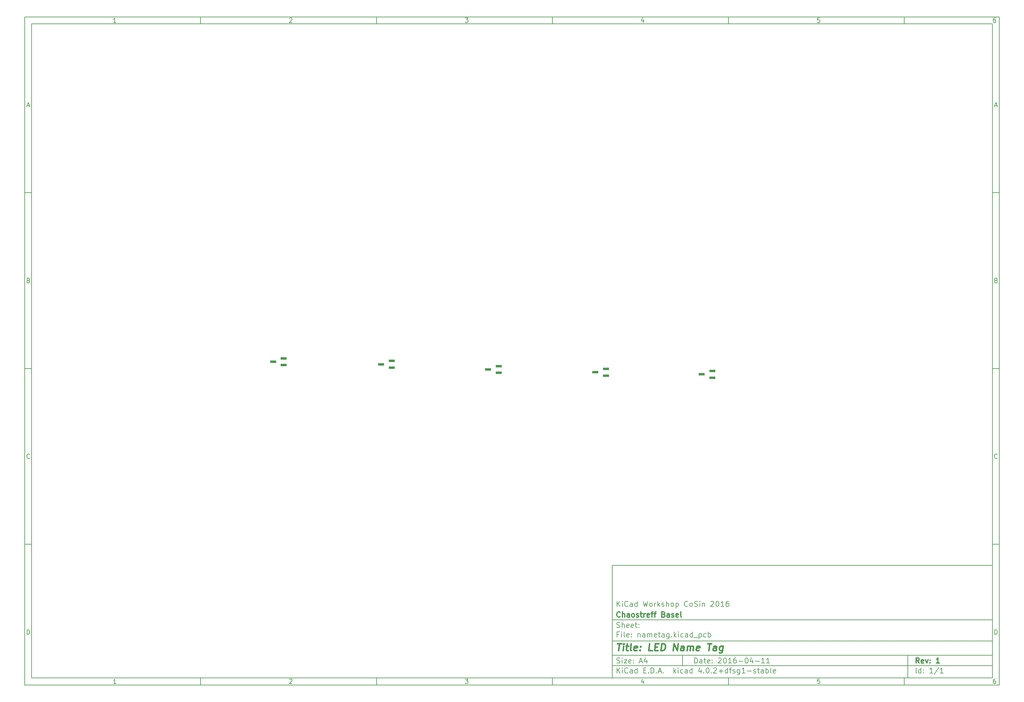
<source format=gbr>
G04 #@! TF.FileFunction,Paste,Bot*
%FSLAX46Y46*%
G04 Gerber Fmt 4.6, Leading zero omitted, Abs format (unit mm)*
G04 Created by KiCad (PCBNEW 4.0.2+dfsg1-stable) date Fri 10 Jun 2016 09:08:50 CEST*
%MOMM*%
G01*
G04 APERTURE LIST*
%ADD10C,0.100000*%
%ADD11C,0.150000*%
%ADD12C,0.300000*%
%ADD13C,0.400000*%
%ADD14R,1.800860X0.800100*%
G04 APERTURE END LIST*
D10*
D11*
X177002200Y-166007200D02*
X177002200Y-198007200D01*
X285002200Y-198007200D01*
X285002200Y-166007200D01*
X177002200Y-166007200D01*
D10*
D11*
X10000000Y-10000000D02*
X10000000Y-200007200D01*
X287002200Y-200007200D01*
X287002200Y-10000000D01*
X10000000Y-10000000D01*
D10*
D11*
X12000000Y-12000000D02*
X12000000Y-198007200D01*
X285002200Y-198007200D01*
X285002200Y-12000000D01*
X12000000Y-12000000D01*
D10*
D11*
X60000000Y-12000000D02*
X60000000Y-10000000D01*
D10*
D11*
X110000000Y-12000000D02*
X110000000Y-10000000D01*
D10*
D11*
X160000000Y-12000000D02*
X160000000Y-10000000D01*
D10*
D11*
X210000000Y-12000000D02*
X210000000Y-10000000D01*
D10*
D11*
X260000000Y-12000000D02*
X260000000Y-10000000D01*
D10*
D11*
X35990476Y-11588095D02*
X35247619Y-11588095D01*
X35619048Y-11588095D02*
X35619048Y-10288095D01*
X35495238Y-10473810D01*
X35371429Y-10597619D01*
X35247619Y-10659524D01*
D10*
D11*
X85247619Y-10411905D02*
X85309524Y-10350000D01*
X85433333Y-10288095D01*
X85742857Y-10288095D01*
X85866667Y-10350000D01*
X85928571Y-10411905D01*
X85990476Y-10535714D01*
X85990476Y-10659524D01*
X85928571Y-10845238D01*
X85185714Y-11588095D01*
X85990476Y-11588095D01*
D10*
D11*
X135185714Y-10288095D02*
X135990476Y-10288095D01*
X135557143Y-10783333D01*
X135742857Y-10783333D01*
X135866667Y-10845238D01*
X135928571Y-10907143D01*
X135990476Y-11030952D01*
X135990476Y-11340476D01*
X135928571Y-11464286D01*
X135866667Y-11526190D01*
X135742857Y-11588095D01*
X135371429Y-11588095D01*
X135247619Y-11526190D01*
X135185714Y-11464286D01*
D10*
D11*
X185866667Y-10721429D02*
X185866667Y-11588095D01*
X185557143Y-10226190D02*
X185247619Y-11154762D01*
X186052381Y-11154762D01*
D10*
D11*
X235928571Y-10288095D02*
X235309524Y-10288095D01*
X235247619Y-10907143D01*
X235309524Y-10845238D01*
X235433333Y-10783333D01*
X235742857Y-10783333D01*
X235866667Y-10845238D01*
X235928571Y-10907143D01*
X235990476Y-11030952D01*
X235990476Y-11340476D01*
X235928571Y-11464286D01*
X235866667Y-11526190D01*
X235742857Y-11588095D01*
X235433333Y-11588095D01*
X235309524Y-11526190D01*
X235247619Y-11464286D01*
D10*
D11*
X285866667Y-10288095D02*
X285619048Y-10288095D01*
X285495238Y-10350000D01*
X285433333Y-10411905D01*
X285309524Y-10597619D01*
X285247619Y-10845238D01*
X285247619Y-11340476D01*
X285309524Y-11464286D01*
X285371429Y-11526190D01*
X285495238Y-11588095D01*
X285742857Y-11588095D01*
X285866667Y-11526190D01*
X285928571Y-11464286D01*
X285990476Y-11340476D01*
X285990476Y-11030952D01*
X285928571Y-10907143D01*
X285866667Y-10845238D01*
X285742857Y-10783333D01*
X285495238Y-10783333D01*
X285371429Y-10845238D01*
X285309524Y-10907143D01*
X285247619Y-11030952D01*
D10*
D11*
X60000000Y-198007200D02*
X60000000Y-200007200D01*
D10*
D11*
X110000000Y-198007200D02*
X110000000Y-200007200D01*
D10*
D11*
X160000000Y-198007200D02*
X160000000Y-200007200D01*
D10*
D11*
X210000000Y-198007200D02*
X210000000Y-200007200D01*
D10*
D11*
X260000000Y-198007200D02*
X260000000Y-200007200D01*
D10*
D11*
X35990476Y-199595295D02*
X35247619Y-199595295D01*
X35619048Y-199595295D02*
X35619048Y-198295295D01*
X35495238Y-198481010D01*
X35371429Y-198604819D01*
X35247619Y-198666724D01*
D10*
D11*
X85247619Y-198419105D02*
X85309524Y-198357200D01*
X85433333Y-198295295D01*
X85742857Y-198295295D01*
X85866667Y-198357200D01*
X85928571Y-198419105D01*
X85990476Y-198542914D01*
X85990476Y-198666724D01*
X85928571Y-198852438D01*
X85185714Y-199595295D01*
X85990476Y-199595295D01*
D10*
D11*
X135185714Y-198295295D02*
X135990476Y-198295295D01*
X135557143Y-198790533D01*
X135742857Y-198790533D01*
X135866667Y-198852438D01*
X135928571Y-198914343D01*
X135990476Y-199038152D01*
X135990476Y-199347676D01*
X135928571Y-199471486D01*
X135866667Y-199533390D01*
X135742857Y-199595295D01*
X135371429Y-199595295D01*
X135247619Y-199533390D01*
X135185714Y-199471486D01*
D10*
D11*
X185866667Y-198728629D02*
X185866667Y-199595295D01*
X185557143Y-198233390D02*
X185247619Y-199161962D01*
X186052381Y-199161962D01*
D10*
D11*
X235928571Y-198295295D02*
X235309524Y-198295295D01*
X235247619Y-198914343D01*
X235309524Y-198852438D01*
X235433333Y-198790533D01*
X235742857Y-198790533D01*
X235866667Y-198852438D01*
X235928571Y-198914343D01*
X235990476Y-199038152D01*
X235990476Y-199347676D01*
X235928571Y-199471486D01*
X235866667Y-199533390D01*
X235742857Y-199595295D01*
X235433333Y-199595295D01*
X235309524Y-199533390D01*
X235247619Y-199471486D01*
D10*
D11*
X285866667Y-198295295D02*
X285619048Y-198295295D01*
X285495238Y-198357200D01*
X285433333Y-198419105D01*
X285309524Y-198604819D01*
X285247619Y-198852438D01*
X285247619Y-199347676D01*
X285309524Y-199471486D01*
X285371429Y-199533390D01*
X285495238Y-199595295D01*
X285742857Y-199595295D01*
X285866667Y-199533390D01*
X285928571Y-199471486D01*
X285990476Y-199347676D01*
X285990476Y-199038152D01*
X285928571Y-198914343D01*
X285866667Y-198852438D01*
X285742857Y-198790533D01*
X285495238Y-198790533D01*
X285371429Y-198852438D01*
X285309524Y-198914343D01*
X285247619Y-199038152D01*
D10*
D11*
X10000000Y-60000000D02*
X12000000Y-60000000D01*
D10*
D11*
X10000000Y-110000000D02*
X12000000Y-110000000D01*
D10*
D11*
X10000000Y-160000000D02*
X12000000Y-160000000D01*
D10*
D11*
X10690476Y-35216667D02*
X11309524Y-35216667D01*
X10566667Y-35588095D02*
X11000000Y-34288095D01*
X11433333Y-35588095D01*
D10*
D11*
X11092857Y-84907143D02*
X11278571Y-84969048D01*
X11340476Y-85030952D01*
X11402381Y-85154762D01*
X11402381Y-85340476D01*
X11340476Y-85464286D01*
X11278571Y-85526190D01*
X11154762Y-85588095D01*
X10659524Y-85588095D01*
X10659524Y-84288095D01*
X11092857Y-84288095D01*
X11216667Y-84350000D01*
X11278571Y-84411905D01*
X11340476Y-84535714D01*
X11340476Y-84659524D01*
X11278571Y-84783333D01*
X11216667Y-84845238D01*
X11092857Y-84907143D01*
X10659524Y-84907143D01*
D10*
D11*
X11402381Y-135464286D02*
X11340476Y-135526190D01*
X11154762Y-135588095D01*
X11030952Y-135588095D01*
X10845238Y-135526190D01*
X10721429Y-135402381D01*
X10659524Y-135278571D01*
X10597619Y-135030952D01*
X10597619Y-134845238D01*
X10659524Y-134597619D01*
X10721429Y-134473810D01*
X10845238Y-134350000D01*
X11030952Y-134288095D01*
X11154762Y-134288095D01*
X11340476Y-134350000D01*
X11402381Y-134411905D01*
D10*
D11*
X10659524Y-185588095D02*
X10659524Y-184288095D01*
X10969048Y-184288095D01*
X11154762Y-184350000D01*
X11278571Y-184473810D01*
X11340476Y-184597619D01*
X11402381Y-184845238D01*
X11402381Y-185030952D01*
X11340476Y-185278571D01*
X11278571Y-185402381D01*
X11154762Y-185526190D01*
X10969048Y-185588095D01*
X10659524Y-185588095D01*
D10*
D11*
X287002200Y-60000000D02*
X285002200Y-60000000D01*
D10*
D11*
X287002200Y-110000000D02*
X285002200Y-110000000D01*
D10*
D11*
X287002200Y-160000000D02*
X285002200Y-160000000D01*
D10*
D11*
X285692676Y-35216667D02*
X286311724Y-35216667D01*
X285568867Y-35588095D02*
X286002200Y-34288095D01*
X286435533Y-35588095D01*
D10*
D11*
X286095057Y-84907143D02*
X286280771Y-84969048D01*
X286342676Y-85030952D01*
X286404581Y-85154762D01*
X286404581Y-85340476D01*
X286342676Y-85464286D01*
X286280771Y-85526190D01*
X286156962Y-85588095D01*
X285661724Y-85588095D01*
X285661724Y-84288095D01*
X286095057Y-84288095D01*
X286218867Y-84350000D01*
X286280771Y-84411905D01*
X286342676Y-84535714D01*
X286342676Y-84659524D01*
X286280771Y-84783333D01*
X286218867Y-84845238D01*
X286095057Y-84907143D01*
X285661724Y-84907143D01*
D10*
D11*
X286404581Y-135464286D02*
X286342676Y-135526190D01*
X286156962Y-135588095D01*
X286033152Y-135588095D01*
X285847438Y-135526190D01*
X285723629Y-135402381D01*
X285661724Y-135278571D01*
X285599819Y-135030952D01*
X285599819Y-134845238D01*
X285661724Y-134597619D01*
X285723629Y-134473810D01*
X285847438Y-134350000D01*
X286033152Y-134288095D01*
X286156962Y-134288095D01*
X286342676Y-134350000D01*
X286404581Y-134411905D01*
D10*
D11*
X285661724Y-185588095D02*
X285661724Y-184288095D01*
X285971248Y-184288095D01*
X286156962Y-184350000D01*
X286280771Y-184473810D01*
X286342676Y-184597619D01*
X286404581Y-184845238D01*
X286404581Y-185030952D01*
X286342676Y-185278571D01*
X286280771Y-185402381D01*
X286156962Y-185526190D01*
X285971248Y-185588095D01*
X285661724Y-185588095D01*
D10*
D11*
X200359343Y-193785771D02*
X200359343Y-192285771D01*
X200716486Y-192285771D01*
X200930771Y-192357200D01*
X201073629Y-192500057D01*
X201145057Y-192642914D01*
X201216486Y-192928629D01*
X201216486Y-193142914D01*
X201145057Y-193428629D01*
X201073629Y-193571486D01*
X200930771Y-193714343D01*
X200716486Y-193785771D01*
X200359343Y-193785771D01*
X202502200Y-193785771D02*
X202502200Y-193000057D01*
X202430771Y-192857200D01*
X202287914Y-192785771D01*
X202002200Y-192785771D01*
X201859343Y-192857200D01*
X202502200Y-193714343D02*
X202359343Y-193785771D01*
X202002200Y-193785771D01*
X201859343Y-193714343D01*
X201787914Y-193571486D01*
X201787914Y-193428629D01*
X201859343Y-193285771D01*
X202002200Y-193214343D01*
X202359343Y-193214343D01*
X202502200Y-193142914D01*
X203002200Y-192785771D02*
X203573629Y-192785771D01*
X203216486Y-192285771D02*
X203216486Y-193571486D01*
X203287914Y-193714343D01*
X203430772Y-193785771D01*
X203573629Y-193785771D01*
X204645057Y-193714343D02*
X204502200Y-193785771D01*
X204216486Y-193785771D01*
X204073629Y-193714343D01*
X204002200Y-193571486D01*
X204002200Y-193000057D01*
X204073629Y-192857200D01*
X204216486Y-192785771D01*
X204502200Y-192785771D01*
X204645057Y-192857200D01*
X204716486Y-193000057D01*
X204716486Y-193142914D01*
X204002200Y-193285771D01*
X205359343Y-193642914D02*
X205430771Y-193714343D01*
X205359343Y-193785771D01*
X205287914Y-193714343D01*
X205359343Y-193642914D01*
X205359343Y-193785771D01*
X205359343Y-192857200D02*
X205430771Y-192928629D01*
X205359343Y-193000057D01*
X205287914Y-192928629D01*
X205359343Y-192857200D01*
X205359343Y-193000057D01*
X207145057Y-192428629D02*
X207216486Y-192357200D01*
X207359343Y-192285771D01*
X207716486Y-192285771D01*
X207859343Y-192357200D01*
X207930772Y-192428629D01*
X208002200Y-192571486D01*
X208002200Y-192714343D01*
X207930772Y-192928629D01*
X207073629Y-193785771D01*
X208002200Y-193785771D01*
X208930771Y-192285771D02*
X209073628Y-192285771D01*
X209216485Y-192357200D01*
X209287914Y-192428629D01*
X209359343Y-192571486D01*
X209430771Y-192857200D01*
X209430771Y-193214343D01*
X209359343Y-193500057D01*
X209287914Y-193642914D01*
X209216485Y-193714343D01*
X209073628Y-193785771D01*
X208930771Y-193785771D01*
X208787914Y-193714343D01*
X208716485Y-193642914D01*
X208645057Y-193500057D01*
X208573628Y-193214343D01*
X208573628Y-192857200D01*
X208645057Y-192571486D01*
X208716485Y-192428629D01*
X208787914Y-192357200D01*
X208930771Y-192285771D01*
X210859342Y-193785771D02*
X210002199Y-193785771D01*
X210430771Y-193785771D02*
X210430771Y-192285771D01*
X210287914Y-192500057D01*
X210145056Y-192642914D01*
X210002199Y-192714343D01*
X212145056Y-192285771D02*
X211859342Y-192285771D01*
X211716485Y-192357200D01*
X211645056Y-192428629D01*
X211502199Y-192642914D01*
X211430770Y-192928629D01*
X211430770Y-193500057D01*
X211502199Y-193642914D01*
X211573627Y-193714343D01*
X211716485Y-193785771D01*
X212002199Y-193785771D01*
X212145056Y-193714343D01*
X212216485Y-193642914D01*
X212287913Y-193500057D01*
X212287913Y-193142914D01*
X212216485Y-193000057D01*
X212145056Y-192928629D01*
X212002199Y-192857200D01*
X211716485Y-192857200D01*
X211573627Y-192928629D01*
X211502199Y-193000057D01*
X211430770Y-193142914D01*
X212930770Y-193214343D02*
X214073627Y-193214343D01*
X215073627Y-192285771D02*
X215216484Y-192285771D01*
X215359341Y-192357200D01*
X215430770Y-192428629D01*
X215502199Y-192571486D01*
X215573627Y-192857200D01*
X215573627Y-193214343D01*
X215502199Y-193500057D01*
X215430770Y-193642914D01*
X215359341Y-193714343D01*
X215216484Y-193785771D01*
X215073627Y-193785771D01*
X214930770Y-193714343D01*
X214859341Y-193642914D01*
X214787913Y-193500057D01*
X214716484Y-193214343D01*
X214716484Y-192857200D01*
X214787913Y-192571486D01*
X214859341Y-192428629D01*
X214930770Y-192357200D01*
X215073627Y-192285771D01*
X216859341Y-192785771D02*
X216859341Y-193785771D01*
X216502198Y-192214343D02*
X216145055Y-193285771D01*
X217073627Y-193285771D01*
X217645055Y-193214343D02*
X218787912Y-193214343D01*
X220287912Y-193785771D02*
X219430769Y-193785771D01*
X219859341Y-193785771D02*
X219859341Y-192285771D01*
X219716484Y-192500057D01*
X219573626Y-192642914D01*
X219430769Y-192714343D01*
X221716483Y-193785771D02*
X220859340Y-193785771D01*
X221287912Y-193785771D02*
X221287912Y-192285771D01*
X221145055Y-192500057D01*
X221002197Y-192642914D01*
X220859340Y-192714343D01*
D10*
D11*
X177002200Y-194507200D02*
X285002200Y-194507200D01*
D10*
D11*
X178359343Y-196585771D02*
X178359343Y-195085771D01*
X179216486Y-196585771D02*
X178573629Y-195728629D01*
X179216486Y-195085771D02*
X178359343Y-195942914D01*
X179859343Y-196585771D02*
X179859343Y-195585771D01*
X179859343Y-195085771D02*
X179787914Y-195157200D01*
X179859343Y-195228629D01*
X179930771Y-195157200D01*
X179859343Y-195085771D01*
X179859343Y-195228629D01*
X181430772Y-196442914D02*
X181359343Y-196514343D01*
X181145057Y-196585771D01*
X181002200Y-196585771D01*
X180787915Y-196514343D01*
X180645057Y-196371486D01*
X180573629Y-196228629D01*
X180502200Y-195942914D01*
X180502200Y-195728629D01*
X180573629Y-195442914D01*
X180645057Y-195300057D01*
X180787915Y-195157200D01*
X181002200Y-195085771D01*
X181145057Y-195085771D01*
X181359343Y-195157200D01*
X181430772Y-195228629D01*
X182716486Y-196585771D02*
X182716486Y-195800057D01*
X182645057Y-195657200D01*
X182502200Y-195585771D01*
X182216486Y-195585771D01*
X182073629Y-195657200D01*
X182716486Y-196514343D02*
X182573629Y-196585771D01*
X182216486Y-196585771D01*
X182073629Y-196514343D01*
X182002200Y-196371486D01*
X182002200Y-196228629D01*
X182073629Y-196085771D01*
X182216486Y-196014343D01*
X182573629Y-196014343D01*
X182716486Y-195942914D01*
X184073629Y-196585771D02*
X184073629Y-195085771D01*
X184073629Y-196514343D02*
X183930772Y-196585771D01*
X183645058Y-196585771D01*
X183502200Y-196514343D01*
X183430772Y-196442914D01*
X183359343Y-196300057D01*
X183359343Y-195871486D01*
X183430772Y-195728629D01*
X183502200Y-195657200D01*
X183645058Y-195585771D01*
X183930772Y-195585771D01*
X184073629Y-195657200D01*
X185930772Y-195800057D02*
X186430772Y-195800057D01*
X186645058Y-196585771D02*
X185930772Y-196585771D01*
X185930772Y-195085771D01*
X186645058Y-195085771D01*
X187287915Y-196442914D02*
X187359343Y-196514343D01*
X187287915Y-196585771D01*
X187216486Y-196514343D01*
X187287915Y-196442914D01*
X187287915Y-196585771D01*
X188002201Y-196585771D02*
X188002201Y-195085771D01*
X188359344Y-195085771D01*
X188573629Y-195157200D01*
X188716487Y-195300057D01*
X188787915Y-195442914D01*
X188859344Y-195728629D01*
X188859344Y-195942914D01*
X188787915Y-196228629D01*
X188716487Y-196371486D01*
X188573629Y-196514343D01*
X188359344Y-196585771D01*
X188002201Y-196585771D01*
X189502201Y-196442914D02*
X189573629Y-196514343D01*
X189502201Y-196585771D01*
X189430772Y-196514343D01*
X189502201Y-196442914D01*
X189502201Y-196585771D01*
X190145058Y-196157200D02*
X190859344Y-196157200D01*
X190002201Y-196585771D02*
X190502201Y-195085771D01*
X191002201Y-196585771D01*
X191502201Y-196442914D02*
X191573629Y-196514343D01*
X191502201Y-196585771D01*
X191430772Y-196514343D01*
X191502201Y-196442914D01*
X191502201Y-196585771D01*
X194502201Y-196585771D02*
X194502201Y-195085771D01*
X194645058Y-196014343D02*
X195073629Y-196585771D01*
X195073629Y-195585771D02*
X194502201Y-196157200D01*
X195716487Y-196585771D02*
X195716487Y-195585771D01*
X195716487Y-195085771D02*
X195645058Y-195157200D01*
X195716487Y-195228629D01*
X195787915Y-195157200D01*
X195716487Y-195085771D01*
X195716487Y-195228629D01*
X197073630Y-196514343D02*
X196930773Y-196585771D01*
X196645059Y-196585771D01*
X196502201Y-196514343D01*
X196430773Y-196442914D01*
X196359344Y-196300057D01*
X196359344Y-195871486D01*
X196430773Y-195728629D01*
X196502201Y-195657200D01*
X196645059Y-195585771D01*
X196930773Y-195585771D01*
X197073630Y-195657200D01*
X198359344Y-196585771D02*
X198359344Y-195800057D01*
X198287915Y-195657200D01*
X198145058Y-195585771D01*
X197859344Y-195585771D01*
X197716487Y-195657200D01*
X198359344Y-196514343D02*
X198216487Y-196585771D01*
X197859344Y-196585771D01*
X197716487Y-196514343D01*
X197645058Y-196371486D01*
X197645058Y-196228629D01*
X197716487Y-196085771D01*
X197859344Y-196014343D01*
X198216487Y-196014343D01*
X198359344Y-195942914D01*
X199716487Y-196585771D02*
X199716487Y-195085771D01*
X199716487Y-196514343D02*
X199573630Y-196585771D01*
X199287916Y-196585771D01*
X199145058Y-196514343D01*
X199073630Y-196442914D01*
X199002201Y-196300057D01*
X199002201Y-195871486D01*
X199073630Y-195728629D01*
X199145058Y-195657200D01*
X199287916Y-195585771D01*
X199573630Y-195585771D01*
X199716487Y-195657200D01*
X202216487Y-195585771D02*
X202216487Y-196585771D01*
X201859344Y-195014343D02*
X201502201Y-196085771D01*
X202430773Y-196085771D01*
X203002201Y-196442914D02*
X203073629Y-196514343D01*
X203002201Y-196585771D01*
X202930772Y-196514343D01*
X203002201Y-196442914D01*
X203002201Y-196585771D01*
X204002201Y-195085771D02*
X204145058Y-195085771D01*
X204287915Y-195157200D01*
X204359344Y-195228629D01*
X204430773Y-195371486D01*
X204502201Y-195657200D01*
X204502201Y-196014343D01*
X204430773Y-196300057D01*
X204359344Y-196442914D01*
X204287915Y-196514343D01*
X204145058Y-196585771D01*
X204002201Y-196585771D01*
X203859344Y-196514343D01*
X203787915Y-196442914D01*
X203716487Y-196300057D01*
X203645058Y-196014343D01*
X203645058Y-195657200D01*
X203716487Y-195371486D01*
X203787915Y-195228629D01*
X203859344Y-195157200D01*
X204002201Y-195085771D01*
X205145058Y-196442914D02*
X205216486Y-196514343D01*
X205145058Y-196585771D01*
X205073629Y-196514343D01*
X205145058Y-196442914D01*
X205145058Y-196585771D01*
X205787915Y-195228629D02*
X205859344Y-195157200D01*
X206002201Y-195085771D01*
X206359344Y-195085771D01*
X206502201Y-195157200D01*
X206573630Y-195228629D01*
X206645058Y-195371486D01*
X206645058Y-195514343D01*
X206573630Y-195728629D01*
X205716487Y-196585771D01*
X206645058Y-196585771D01*
X207287915Y-196014343D02*
X208430772Y-196014343D01*
X207859343Y-196585771D02*
X207859343Y-195442914D01*
X209787915Y-196585771D02*
X209787915Y-195085771D01*
X209787915Y-196514343D02*
X209645058Y-196585771D01*
X209359344Y-196585771D01*
X209216486Y-196514343D01*
X209145058Y-196442914D01*
X209073629Y-196300057D01*
X209073629Y-195871486D01*
X209145058Y-195728629D01*
X209216486Y-195657200D01*
X209359344Y-195585771D01*
X209645058Y-195585771D01*
X209787915Y-195657200D01*
X210287915Y-195585771D02*
X210859344Y-195585771D01*
X210502201Y-196585771D02*
X210502201Y-195300057D01*
X210573629Y-195157200D01*
X210716487Y-195085771D01*
X210859344Y-195085771D01*
X211287915Y-196514343D02*
X211430772Y-196585771D01*
X211716487Y-196585771D01*
X211859344Y-196514343D01*
X211930772Y-196371486D01*
X211930772Y-196300057D01*
X211859344Y-196157200D01*
X211716487Y-196085771D01*
X211502201Y-196085771D01*
X211359344Y-196014343D01*
X211287915Y-195871486D01*
X211287915Y-195800057D01*
X211359344Y-195657200D01*
X211502201Y-195585771D01*
X211716487Y-195585771D01*
X211859344Y-195657200D01*
X213216487Y-195585771D02*
X213216487Y-196800057D01*
X213145058Y-196942914D01*
X213073630Y-197014343D01*
X212930773Y-197085771D01*
X212716487Y-197085771D01*
X212573630Y-197014343D01*
X213216487Y-196514343D02*
X213073630Y-196585771D01*
X212787916Y-196585771D01*
X212645058Y-196514343D01*
X212573630Y-196442914D01*
X212502201Y-196300057D01*
X212502201Y-195871486D01*
X212573630Y-195728629D01*
X212645058Y-195657200D01*
X212787916Y-195585771D01*
X213073630Y-195585771D01*
X213216487Y-195657200D01*
X214716487Y-196585771D02*
X213859344Y-196585771D01*
X214287916Y-196585771D02*
X214287916Y-195085771D01*
X214145059Y-195300057D01*
X214002201Y-195442914D01*
X213859344Y-195514343D01*
X215359344Y-196014343D02*
X216502201Y-196014343D01*
X217145058Y-196514343D02*
X217287915Y-196585771D01*
X217573630Y-196585771D01*
X217716487Y-196514343D01*
X217787915Y-196371486D01*
X217787915Y-196300057D01*
X217716487Y-196157200D01*
X217573630Y-196085771D01*
X217359344Y-196085771D01*
X217216487Y-196014343D01*
X217145058Y-195871486D01*
X217145058Y-195800057D01*
X217216487Y-195657200D01*
X217359344Y-195585771D01*
X217573630Y-195585771D01*
X217716487Y-195657200D01*
X218216487Y-195585771D02*
X218787916Y-195585771D01*
X218430773Y-195085771D02*
X218430773Y-196371486D01*
X218502201Y-196514343D01*
X218645059Y-196585771D01*
X218787916Y-196585771D01*
X219930773Y-196585771D02*
X219930773Y-195800057D01*
X219859344Y-195657200D01*
X219716487Y-195585771D01*
X219430773Y-195585771D01*
X219287916Y-195657200D01*
X219930773Y-196514343D02*
X219787916Y-196585771D01*
X219430773Y-196585771D01*
X219287916Y-196514343D01*
X219216487Y-196371486D01*
X219216487Y-196228629D01*
X219287916Y-196085771D01*
X219430773Y-196014343D01*
X219787916Y-196014343D01*
X219930773Y-195942914D01*
X220645059Y-196585771D02*
X220645059Y-195085771D01*
X220645059Y-195657200D02*
X220787916Y-195585771D01*
X221073630Y-195585771D01*
X221216487Y-195657200D01*
X221287916Y-195728629D01*
X221359345Y-195871486D01*
X221359345Y-196300057D01*
X221287916Y-196442914D01*
X221216487Y-196514343D01*
X221073630Y-196585771D01*
X220787916Y-196585771D01*
X220645059Y-196514343D01*
X222216488Y-196585771D02*
X222073630Y-196514343D01*
X222002202Y-196371486D01*
X222002202Y-195085771D01*
X223359344Y-196514343D02*
X223216487Y-196585771D01*
X222930773Y-196585771D01*
X222787916Y-196514343D01*
X222716487Y-196371486D01*
X222716487Y-195800057D01*
X222787916Y-195657200D01*
X222930773Y-195585771D01*
X223216487Y-195585771D01*
X223359344Y-195657200D01*
X223430773Y-195800057D01*
X223430773Y-195942914D01*
X222716487Y-196085771D01*
D10*
D11*
X177002200Y-191507200D02*
X285002200Y-191507200D01*
D10*
D12*
X264216486Y-193785771D02*
X263716486Y-193071486D01*
X263359343Y-193785771D02*
X263359343Y-192285771D01*
X263930771Y-192285771D01*
X264073629Y-192357200D01*
X264145057Y-192428629D01*
X264216486Y-192571486D01*
X264216486Y-192785771D01*
X264145057Y-192928629D01*
X264073629Y-193000057D01*
X263930771Y-193071486D01*
X263359343Y-193071486D01*
X265430771Y-193714343D02*
X265287914Y-193785771D01*
X265002200Y-193785771D01*
X264859343Y-193714343D01*
X264787914Y-193571486D01*
X264787914Y-193000057D01*
X264859343Y-192857200D01*
X265002200Y-192785771D01*
X265287914Y-192785771D01*
X265430771Y-192857200D01*
X265502200Y-193000057D01*
X265502200Y-193142914D01*
X264787914Y-193285771D01*
X266002200Y-192785771D02*
X266359343Y-193785771D01*
X266716485Y-192785771D01*
X267287914Y-193642914D02*
X267359342Y-193714343D01*
X267287914Y-193785771D01*
X267216485Y-193714343D01*
X267287914Y-193642914D01*
X267287914Y-193785771D01*
X267287914Y-192857200D02*
X267359342Y-192928629D01*
X267287914Y-193000057D01*
X267216485Y-192928629D01*
X267287914Y-192857200D01*
X267287914Y-193000057D01*
X269930771Y-193785771D02*
X269073628Y-193785771D01*
X269502200Y-193785771D02*
X269502200Y-192285771D01*
X269359343Y-192500057D01*
X269216485Y-192642914D01*
X269073628Y-192714343D01*
D10*
D11*
X178287914Y-193714343D02*
X178502200Y-193785771D01*
X178859343Y-193785771D01*
X179002200Y-193714343D01*
X179073629Y-193642914D01*
X179145057Y-193500057D01*
X179145057Y-193357200D01*
X179073629Y-193214343D01*
X179002200Y-193142914D01*
X178859343Y-193071486D01*
X178573629Y-193000057D01*
X178430771Y-192928629D01*
X178359343Y-192857200D01*
X178287914Y-192714343D01*
X178287914Y-192571486D01*
X178359343Y-192428629D01*
X178430771Y-192357200D01*
X178573629Y-192285771D01*
X178930771Y-192285771D01*
X179145057Y-192357200D01*
X179787914Y-193785771D02*
X179787914Y-192785771D01*
X179787914Y-192285771D02*
X179716485Y-192357200D01*
X179787914Y-192428629D01*
X179859342Y-192357200D01*
X179787914Y-192285771D01*
X179787914Y-192428629D01*
X180359343Y-192785771D02*
X181145057Y-192785771D01*
X180359343Y-193785771D01*
X181145057Y-193785771D01*
X182287914Y-193714343D02*
X182145057Y-193785771D01*
X181859343Y-193785771D01*
X181716486Y-193714343D01*
X181645057Y-193571486D01*
X181645057Y-193000057D01*
X181716486Y-192857200D01*
X181859343Y-192785771D01*
X182145057Y-192785771D01*
X182287914Y-192857200D01*
X182359343Y-193000057D01*
X182359343Y-193142914D01*
X181645057Y-193285771D01*
X183002200Y-193642914D02*
X183073628Y-193714343D01*
X183002200Y-193785771D01*
X182930771Y-193714343D01*
X183002200Y-193642914D01*
X183002200Y-193785771D01*
X183002200Y-192857200D02*
X183073628Y-192928629D01*
X183002200Y-193000057D01*
X182930771Y-192928629D01*
X183002200Y-192857200D01*
X183002200Y-193000057D01*
X184787914Y-193357200D02*
X185502200Y-193357200D01*
X184645057Y-193785771D02*
X185145057Y-192285771D01*
X185645057Y-193785771D01*
X186787914Y-192785771D02*
X186787914Y-193785771D01*
X186430771Y-192214343D02*
X186073628Y-193285771D01*
X187002200Y-193285771D01*
D10*
D11*
X263359343Y-196585771D02*
X263359343Y-195085771D01*
X264716486Y-196585771D02*
X264716486Y-195085771D01*
X264716486Y-196514343D02*
X264573629Y-196585771D01*
X264287915Y-196585771D01*
X264145057Y-196514343D01*
X264073629Y-196442914D01*
X264002200Y-196300057D01*
X264002200Y-195871486D01*
X264073629Y-195728629D01*
X264145057Y-195657200D01*
X264287915Y-195585771D01*
X264573629Y-195585771D01*
X264716486Y-195657200D01*
X265430772Y-196442914D02*
X265502200Y-196514343D01*
X265430772Y-196585771D01*
X265359343Y-196514343D01*
X265430772Y-196442914D01*
X265430772Y-196585771D01*
X265430772Y-195657200D02*
X265502200Y-195728629D01*
X265430772Y-195800057D01*
X265359343Y-195728629D01*
X265430772Y-195657200D01*
X265430772Y-195800057D01*
X268073629Y-196585771D02*
X267216486Y-196585771D01*
X267645058Y-196585771D02*
X267645058Y-195085771D01*
X267502201Y-195300057D01*
X267359343Y-195442914D01*
X267216486Y-195514343D01*
X269787914Y-195014343D02*
X268502200Y-196942914D01*
X271073629Y-196585771D02*
X270216486Y-196585771D01*
X270645058Y-196585771D02*
X270645058Y-195085771D01*
X270502201Y-195300057D01*
X270359343Y-195442914D01*
X270216486Y-195514343D01*
D10*
D11*
X177002200Y-187507200D02*
X285002200Y-187507200D01*
D10*
D13*
X178454581Y-188211962D02*
X179597438Y-188211962D01*
X178776010Y-190211962D02*
X179026010Y-188211962D01*
X180014105Y-190211962D02*
X180180771Y-188878629D01*
X180264105Y-188211962D02*
X180156962Y-188307200D01*
X180240295Y-188402438D01*
X180347439Y-188307200D01*
X180264105Y-188211962D01*
X180240295Y-188402438D01*
X180847438Y-188878629D02*
X181609343Y-188878629D01*
X181216486Y-188211962D02*
X181002200Y-189926248D01*
X181073630Y-190116724D01*
X181252201Y-190211962D01*
X181442677Y-190211962D01*
X182395058Y-190211962D02*
X182216487Y-190116724D01*
X182145057Y-189926248D01*
X182359343Y-188211962D01*
X183930772Y-190116724D02*
X183728391Y-190211962D01*
X183347439Y-190211962D01*
X183168867Y-190116724D01*
X183097438Y-189926248D01*
X183192676Y-189164343D01*
X183311724Y-188973867D01*
X183514105Y-188878629D01*
X183895057Y-188878629D01*
X184073629Y-188973867D01*
X184145057Y-189164343D01*
X184121248Y-189354819D01*
X183145057Y-189545295D01*
X184895057Y-190021486D02*
X184978392Y-190116724D01*
X184871248Y-190211962D01*
X184787915Y-190116724D01*
X184895057Y-190021486D01*
X184871248Y-190211962D01*
X185026010Y-188973867D02*
X185109344Y-189069105D01*
X185002200Y-189164343D01*
X184918867Y-189069105D01*
X185026010Y-188973867D01*
X185002200Y-189164343D01*
X188299820Y-190211962D02*
X187347439Y-190211962D01*
X187597439Y-188211962D01*
X189097439Y-189164343D02*
X189764106Y-189164343D01*
X189918868Y-190211962D02*
X188966487Y-190211962D01*
X189216487Y-188211962D01*
X190168868Y-188211962D01*
X190776011Y-190211962D02*
X191026011Y-188211962D01*
X191502202Y-188211962D01*
X191776011Y-188307200D01*
X191942678Y-188497676D01*
X192014107Y-188688152D01*
X192061726Y-189069105D01*
X192026012Y-189354819D01*
X191883155Y-189735771D01*
X191764106Y-189926248D01*
X191549821Y-190116724D01*
X191252202Y-190211962D01*
X190776011Y-190211962D01*
X194299821Y-190211962D02*
X194549821Y-188211962D01*
X195442679Y-190211962D01*
X195692679Y-188211962D01*
X197252202Y-190211962D02*
X197383154Y-189164343D01*
X197311726Y-188973867D01*
X197133154Y-188878629D01*
X196752202Y-188878629D01*
X196549821Y-188973867D01*
X197264107Y-190116724D02*
X197061726Y-190211962D01*
X196585536Y-190211962D01*
X196406964Y-190116724D01*
X196335535Y-189926248D01*
X196359345Y-189735771D01*
X196478392Y-189545295D01*
X196680774Y-189450057D01*
X197156964Y-189450057D01*
X197359345Y-189354819D01*
X198204583Y-190211962D02*
X198371249Y-188878629D01*
X198347440Y-189069105D02*
X198454584Y-188973867D01*
X198656964Y-188878629D01*
X198942678Y-188878629D01*
X199121250Y-188973867D01*
X199192678Y-189164343D01*
X199061726Y-190211962D01*
X199192678Y-189164343D02*
X199311726Y-188973867D01*
X199514107Y-188878629D01*
X199799821Y-188878629D01*
X199978393Y-188973867D01*
X200049821Y-189164343D01*
X199918869Y-190211962D01*
X201645060Y-190116724D02*
X201442679Y-190211962D01*
X201061727Y-190211962D01*
X200883155Y-190116724D01*
X200811726Y-189926248D01*
X200906964Y-189164343D01*
X201026012Y-188973867D01*
X201228393Y-188878629D01*
X201609345Y-188878629D01*
X201787917Y-188973867D01*
X201859345Y-189164343D01*
X201835536Y-189354819D01*
X200859345Y-189545295D01*
X204073632Y-188211962D02*
X205216489Y-188211962D01*
X204395061Y-190211962D02*
X204645061Y-188211962D01*
X206490299Y-190211962D02*
X206621251Y-189164343D01*
X206549823Y-188973867D01*
X206371251Y-188878629D01*
X205990299Y-188878629D01*
X205787918Y-188973867D01*
X206502204Y-190116724D02*
X206299823Y-190211962D01*
X205823633Y-190211962D01*
X205645061Y-190116724D01*
X205573632Y-189926248D01*
X205597442Y-189735771D01*
X205716489Y-189545295D01*
X205918871Y-189450057D01*
X206395061Y-189450057D01*
X206597442Y-189354819D01*
X208466489Y-188878629D02*
X208264108Y-190497676D01*
X208145061Y-190688152D01*
X208037918Y-190783390D01*
X207835537Y-190878629D01*
X207549823Y-190878629D01*
X207371251Y-190783390D01*
X208311728Y-190116724D02*
X208109347Y-190211962D01*
X207728395Y-190211962D01*
X207549824Y-190116724D01*
X207466489Y-190021486D01*
X207395061Y-189831010D01*
X207466489Y-189259581D01*
X207585537Y-189069105D01*
X207692681Y-188973867D01*
X207895061Y-188878629D01*
X208276013Y-188878629D01*
X208454585Y-188973867D01*
D10*
D11*
X178859343Y-185600057D02*
X178359343Y-185600057D01*
X178359343Y-186385771D02*
X178359343Y-184885771D01*
X179073629Y-184885771D01*
X179645057Y-186385771D02*
X179645057Y-185385771D01*
X179645057Y-184885771D02*
X179573628Y-184957200D01*
X179645057Y-185028629D01*
X179716485Y-184957200D01*
X179645057Y-184885771D01*
X179645057Y-185028629D01*
X180573629Y-186385771D02*
X180430771Y-186314343D01*
X180359343Y-186171486D01*
X180359343Y-184885771D01*
X181716485Y-186314343D02*
X181573628Y-186385771D01*
X181287914Y-186385771D01*
X181145057Y-186314343D01*
X181073628Y-186171486D01*
X181073628Y-185600057D01*
X181145057Y-185457200D01*
X181287914Y-185385771D01*
X181573628Y-185385771D01*
X181716485Y-185457200D01*
X181787914Y-185600057D01*
X181787914Y-185742914D01*
X181073628Y-185885771D01*
X182430771Y-186242914D02*
X182502199Y-186314343D01*
X182430771Y-186385771D01*
X182359342Y-186314343D01*
X182430771Y-186242914D01*
X182430771Y-186385771D01*
X182430771Y-185457200D02*
X182502199Y-185528629D01*
X182430771Y-185600057D01*
X182359342Y-185528629D01*
X182430771Y-185457200D01*
X182430771Y-185600057D01*
X184287914Y-185385771D02*
X184287914Y-186385771D01*
X184287914Y-185528629D02*
X184359342Y-185457200D01*
X184502200Y-185385771D01*
X184716485Y-185385771D01*
X184859342Y-185457200D01*
X184930771Y-185600057D01*
X184930771Y-186385771D01*
X186287914Y-186385771D02*
X186287914Y-185600057D01*
X186216485Y-185457200D01*
X186073628Y-185385771D01*
X185787914Y-185385771D01*
X185645057Y-185457200D01*
X186287914Y-186314343D02*
X186145057Y-186385771D01*
X185787914Y-186385771D01*
X185645057Y-186314343D01*
X185573628Y-186171486D01*
X185573628Y-186028629D01*
X185645057Y-185885771D01*
X185787914Y-185814343D01*
X186145057Y-185814343D01*
X186287914Y-185742914D01*
X187002200Y-186385771D02*
X187002200Y-185385771D01*
X187002200Y-185528629D02*
X187073628Y-185457200D01*
X187216486Y-185385771D01*
X187430771Y-185385771D01*
X187573628Y-185457200D01*
X187645057Y-185600057D01*
X187645057Y-186385771D01*
X187645057Y-185600057D02*
X187716486Y-185457200D01*
X187859343Y-185385771D01*
X188073628Y-185385771D01*
X188216486Y-185457200D01*
X188287914Y-185600057D01*
X188287914Y-186385771D01*
X189573628Y-186314343D02*
X189430771Y-186385771D01*
X189145057Y-186385771D01*
X189002200Y-186314343D01*
X188930771Y-186171486D01*
X188930771Y-185600057D01*
X189002200Y-185457200D01*
X189145057Y-185385771D01*
X189430771Y-185385771D01*
X189573628Y-185457200D01*
X189645057Y-185600057D01*
X189645057Y-185742914D01*
X188930771Y-185885771D01*
X190073628Y-185385771D02*
X190645057Y-185385771D01*
X190287914Y-184885771D02*
X190287914Y-186171486D01*
X190359342Y-186314343D01*
X190502200Y-186385771D01*
X190645057Y-186385771D01*
X191787914Y-186385771D02*
X191787914Y-185600057D01*
X191716485Y-185457200D01*
X191573628Y-185385771D01*
X191287914Y-185385771D01*
X191145057Y-185457200D01*
X191787914Y-186314343D02*
X191645057Y-186385771D01*
X191287914Y-186385771D01*
X191145057Y-186314343D01*
X191073628Y-186171486D01*
X191073628Y-186028629D01*
X191145057Y-185885771D01*
X191287914Y-185814343D01*
X191645057Y-185814343D01*
X191787914Y-185742914D01*
X193145057Y-185385771D02*
X193145057Y-186600057D01*
X193073628Y-186742914D01*
X193002200Y-186814343D01*
X192859343Y-186885771D01*
X192645057Y-186885771D01*
X192502200Y-186814343D01*
X193145057Y-186314343D02*
X193002200Y-186385771D01*
X192716486Y-186385771D01*
X192573628Y-186314343D01*
X192502200Y-186242914D01*
X192430771Y-186100057D01*
X192430771Y-185671486D01*
X192502200Y-185528629D01*
X192573628Y-185457200D01*
X192716486Y-185385771D01*
X193002200Y-185385771D01*
X193145057Y-185457200D01*
X193859343Y-186242914D02*
X193930771Y-186314343D01*
X193859343Y-186385771D01*
X193787914Y-186314343D01*
X193859343Y-186242914D01*
X193859343Y-186385771D01*
X194573629Y-186385771D02*
X194573629Y-184885771D01*
X194716486Y-185814343D02*
X195145057Y-186385771D01*
X195145057Y-185385771D02*
X194573629Y-185957200D01*
X195787915Y-186385771D02*
X195787915Y-185385771D01*
X195787915Y-184885771D02*
X195716486Y-184957200D01*
X195787915Y-185028629D01*
X195859343Y-184957200D01*
X195787915Y-184885771D01*
X195787915Y-185028629D01*
X197145058Y-186314343D02*
X197002201Y-186385771D01*
X196716487Y-186385771D01*
X196573629Y-186314343D01*
X196502201Y-186242914D01*
X196430772Y-186100057D01*
X196430772Y-185671486D01*
X196502201Y-185528629D01*
X196573629Y-185457200D01*
X196716487Y-185385771D01*
X197002201Y-185385771D01*
X197145058Y-185457200D01*
X198430772Y-186385771D02*
X198430772Y-185600057D01*
X198359343Y-185457200D01*
X198216486Y-185385771D01*
X197930772Y-185385771D01*
X197787915Y-185457200D01*
X198430772Y-186314343D02*
X198287915Y-186385771D01*
X197930772Y-186385771D01*
X197787915Y-186314343D01*
X197716486Y-186171486D01*
X197716486Y-186028629D01*
X197787915Y-185885771D01*
X197930772Y-185814343D01*
X198287915Y-185814343D01*
X198430772Y-185742914D01*
X199787915Y-186385771D02*
X199787915Y-184885771D01*
X199787915Y-186314343D02*
X199645058Y-186385771D01*
X199359344Y-186385771D01*
X199216486Y-186314343D01*
X199145058Y-186242914D01*
X199073629Y-186100057D01*
X199073629Y-185671486D01*
X199145058Y-185528629D01*
X199216486Y-185457200D01*
X199359344Y-185385771D01*
X199645058Y-185385771D01*
X199787915Y-185457200D01*
X200145058Y-186528629D02*
X201287915Y-186528629D01*
X201645058Y-185385771D02*
X201645058Y-186885771D01*
X201645058Y-185457200D02*
X201787915Y-185385771D01*
X202073629Y-185385771D01*
X202216486Y-185457200D01*
X202287915Y-185528629D01*
X202359344Y-185671486D01*
X202359344Y-186100057D01*
X202287915Y-186242914D01*
X202216486Y-186314343D01*
X202073629Y-186385771D01*
X201787915Y-186385771D01*
X201645058Y-186314343D01*
X203645058Y-186314343D02*
X203502201Y-186385771D01*
X203216487Y-186385771D01*
X203073629Y-186314343D01*
X203002201Y-186242914D01*
X202930772Y-186100057D01*
X202930772Y-185671486D01*
X203002201Y-185528629D01*
X203073629Y-185457200D01*
X203216487Y-185385771D01*
X203502201Y-185385771D01*
X203645058Y-185457200D01*
X204287915Y-186385771D02*
X204287915Y-184885771D01*
X204287915Y-185457200D02*
X204430772Y-185385771D01*
X204716486Y-185385771D01*
X204859343Y-185457200D01*
X204930772Y-185528629D01*
X205002201Y-185671486D01*
X205002201Y-186100057D01*
X204930772Y-186242914D01*
X204859343Y-186314343D01*
X204716486Y-186385771D01*
X204430772Y-186385771D01*
X204287915Y-186314343D01*
D10*
D11*
X177002200Y-181507200D02*
X285002200Y-181507200D01*
D10*
D11*
X178287914Y-183614343D02*
X178502200Y-183685771D01*
X178859343Y-183685771D01*
X179002200Y-183614343D01*
X179073629Y-183542914D01*
X179145057Y-183400057D01*
X179145057Y-183257200D01*
X179073629Y-183114343D01*
X179002200Y-183042914D01*
X178859343Y-182971486D01*
X178573629Y-182900057D01*
X178430771Y-182828629D01*
X178359343Y-182757200D01*
X178287914Y-182614343D01*
X178287914Y-182471486D01*
X178359343Y-182328629D01*
X178430771Y-182257200D01*
X178573629Y-182185771D01*
X178930771Y-182185771D01*
X179145057Y-182257200D01*
X179787914Y-183685771D02*
X179787914Y-182185771D01*
X180430771Y-183685771D02*
X180430771Y-182900057D01*
X180359342Y-182757200D01*
X180216485Y-182685771D01*
X180002200Y-182685771D01*
X179859342Y-182757200D01*
X179787914Y-182828629D01*
X181716485Y-183614343D02*
X181573628Y-183685771D01*
X181287914Y-183685771D01*
X181145057Y-183614343D01*
X181073628Y-183471486D01*
X181073628Y-182900057D01*
X181145057Y-182757200D01*
X181287914Y-182685771D01*
X181573628Y-182685771D01*
X181716485Y-182757200D01*
X181787914Y-182900057D01*
X181787914Y-183042914D01*
X181073628Y-183185771D01*
X183002199Y-183614343D02*
X182859342Y-183685771D01*
X182573628Y-183685771D01*
X182430771Y-183614343D01*
X182359342Y-183471486D01*
X182359342Y-182900057D01*
X182430771Y-182757200D01*
X182573628Y-182685771D01*
X182859342Y-182685771D01*
X183002199Y-182757200D01*
X183073628Y-182900057D01*
X183073628Y-183042914D01*
X182359342Y-183185771D01*
X183502199Y-182685771D02*
X184073628Y-182685771D01*
X183716485Y-182185771D02*
X183716485Y-183471486D01*
X183787913Y-183614343D01*
X183930771Y-183685771D01*
X184073628Y-183685771D01*
X184573628Y-183542914D02*
X184645056Y-183614343D01*
X184573628Y-183685771D01*
X184502199Y-183614343D01*
X184573628Y-183542914D01*
X184573628Y-183685771D01*
X184573628Y-182757200D02*
X184645056Y-182828629D01*
X184573628Y-182900057D01*
X184502199Y-182828629D01*
X184573628Y-182757200D01*
X184573628Y-182900057D01*
D10*
D12*
X179216486Y-180542914D02*
X179145057Y-180614343D01*
X178930771Y-180685771D01*
X178787914Y-180685771D01*
X178573629Y-180614343D01*
X178430771Y-180471486D01*
X178359343Y-180328629D01*
X178287914Y-180042914D01*
X178287914Y-179828629D01*
X178359343Y-179542914D01*
X178430771Y-179400057D01*
X178573629Y-179257200D01*
X178787914Y-179185771D01*
X178930771Y-179185771D01*
X179145057Y-179257200D01*
X179216486Y-179328629D01*
X179859343Y-180685771D02*
X179859343Y-179185771D01*
X180502200Y-180685771D02*
X180502200Y-179900057D01*
X180430771Y-179757200D01*
X180287914Y-179685771D01*
X180073629Y-179685771D01*
X179930771Y-179757200D01*
X179859343Y-179828629D01*
X181859343Y-180685771D02*
X181859343Y-179900057D01*
X181787914Y-179757200D01*
X181645057Y-179685771D01*
X181359343Y-179685771D01*
X181216486Y-179757200D01*
X181859343Y-180614343D02*
X181716486Y-180685771D01*
X181359343Y-180685771D01*
X181216486Y-180614343D01*
X181145057Y-180471486D01*
X181145057Y-180328629D01*
X181216486Y-180185771D01*
X181359343Y-180114343D01*
X181716486Y-180114343D01*
X181859343Y-180042914D01*
X182787915Y-180685771D02*
X182645057Y-180614343D01*
X182573629Y-180542914D01*
X182502200Y-180400057D01*
X182502200Y-179971486D01*
X182573629Y-179828629D01*
X182645057Y-179757200D01*
X182787915Y-179685771D01*
X183002200Y-179685771D01*
X183145057Y-179757200D01*
X183216486Y-179828629D01*
X183287915Y-179971486D01*
X183287915Y-180400057D01*
X183216486Y-180542914D01*
X183145057Y-180614343D01*
X183002200Y-180685771D01*
X182787915Y-180685771D01*
X183859343Y-180614343D02*
X184002200Y-180685771D01*
X184287915Y-180685771D01*
X184430772Y-180614343D01*
X184502200Y-180471486D01*
X184502200Y-180400057D01*
X184430772Y-180257200D01*
X184287915Y-180185771D01*
X184073629Y-180185771D01*
X183930772Y-180114343D01*
X183859343Y-179971486D01*
X183859343Y-179900057D01*
X183930772Y-179757200D01*
X184073629Y-179685771D01*
X184287915Y-179685771D01*
X184430772Y-179757200D01*
X184930772Y-179685771D02*
X185502201Y-179685771D01*
X185145058Y-179185771D02*
X185145058Y-180471486D01*
X185216486Y-180614343D01*
X185359344Y-180685771D01*
X185502201Y-180685771D01*
X186002201Y-180685771D02*
X186002201Y-179685771D01*
X186002201Y-179971486D02*
X186073629Y-179828629D01*
X186145058Y-179757200D01*
X186287915Y-179685771D01*
X186430772Y-179685771D01*
X187502200Y-180614343D02*
X187359343Y-180685771D01*
X187073629Y-180685771D01*
X186930772Y-180614343D01*
X186859343Y-180471486D01*
X186859343Y-179900057D01*
X186930772Y-179757200D01*
X187073629Y-179685771D01*
X187359343Y-179685771D01*
X187502200Y-179757200D01*
X187573629Y-179900057D01*
X187573629Y-180042914D01*
X186859343Y-180185771D01*
X188002200Y-179685771D02*
X188573629Y-179685771D01*
X188216486Y-180685771D02*
X188216486Y-179400057D01*
X188287914Y-179257200D01*
X188430772Y-179185771D01*
X188573629Y-179185771D01*
X188859343Y-179685771D02*
X189430772Y-179685771D01*
X189073629Y-180685771D02*
X189073629Y-179400057D01*
X189145057Y-179257200D01*
X189287915Y-179185771D01*
X189430772Y-179185771D01*
X191573629Y-179900057D02*
X191787915Y-179971486D01*
X191859343Y-180042914D01*
X191930772Y-180185771D01*
X191930772Y-180400057D01*
X191859343Y-180542914D01*
X191787915Y-180614343D01*
X191645057Y-180685771D01*
X191073629Y-180685771D01*
X191073629Y-179185771D01*
X191573629Y-179185771D01*
X191716486Y-179257200D01*
X191787915Y-179328629D01*
X191859343Y-179471486D01*
X191859343Y-179614343D01*
X191787915Y-179757200D01*
X191716486Y-179828629D01*
X191573629Y-179900057D01*
X191073629Y-179900057D01*
X193216486Y-180685771D02*
X193216486Y-179900057D01*
X193145057Y-179757200D01*
X193002200Y-179685771D01*
X192716486Y-179685771D01*
X192573629Y-179757200D01*
X193216486Y-180614343D02*
X193073629Y-180685771D01*
X192716486Y-180685771D01*
X192573629Y-180614343D01*
X192502200Y-180471486D01*
X192502200Y-180328629D01*
X192573629Y-180185771D01*
X192716486Y-180114343D01*
X193073629Y-180114343D01*
X193216486Y-180042914D01*
X193859343Y-180614343D02*
X194002200Y-180685771D01*
X194287915Y-180685771D01*
X194430772Y-180614343D01*
X194502200Y-180471486D01*
X194502200Y-180400057D01*
X194430772Y-180257200D01*
X194287915Y-180185771D01*
X194073629Y-180185771D01*
X193930772Y-180114343D01*
X193859343Y-179971486D01*
X193859343Y-179900057D01*
X193930772Y-179757200D01*
X194073629Y-179685771D01*
X194287915Y-179685771D01*
X194430772Y-179757200D01*
X195716486Y-180614343D02*
X195573629Y-180685771D01*
X195287915Y-180685771D01*
X195145058Y-180614343D01*
X195073629Y-180471486D01*
X195073629Y-179900057D01*
X195145058Y-179757200D01*
X195287915Y-179685771D01*
X195573629Y-179685771D01*
X195716486Y-179757200D01*
X195787915Y-179900057D01*
X195787915Y-180042914D01*
X195073629Y-180185771D01*
X196645058Y-180685771D02*
X196502200Y-180614343D01*
X196430772Y-180471486D01*
X196430772Y-179185771D01*
D10*
D11*
X178359343Y-177685771D02*
X178359343Y-176185771D01*
X179216486Y-177685771D02*
X178573629Y-176828629D01*
X179216486Y-176185771D02*
X178359343Y-177042914D01*
X179859343Y-177685771D02*
X179859343Y-176685771D01*
X179859343Y-176185771D02*
X179787914Y-176257200D01*
X179859343Y-176328629D01*
X179930771Y-176257200D01*
X179859343Y-176185771D01*
X179859343Y-176328629D01*
X181430772Y-177542914D02*
X181359343Y-177614343D01*
X181145057Y-177685771D01*
X181002200Y-177685771D01*
X180787915Y-177614343D01*
X180645057Y-177471486D01*
X180573629Y-177328629D01*
X180502200Y-177042914D01*
X180502200Y-176828629D01*
X180573629Y-176542914D01*
X180645057Y-176400057D01*
X180787915Y-176257200D01*
X181002200Y-176185771D01*
X181145057Y-176185771D01*
X181359343Y-176257200D01*
X181430772Y-176328629D01*
X182716486Y-177685771D02*
X182716486Y-176900057D01*
X182645057Y-176757200D01*
X182502200Y-176685771D01*
X182216486Y-176685771D01*
X182073629Y-176757200D01*
X182716486Y-177614343D02*
X182573629Y-177685771D01*
X182216486Y-177685771D01*
X182073629Y-177614343D01*
X182002200Y-177471486D01*
X182002200Y-177328629D01*
X182073629Y-177185771D01*
X182216486Y-177114343D01*
X182573629Y-177114343D01*
X182716486Y-177042914D01*
X184073629Y-177685771D02*
X184073629Y-176185771D01*
X184073629Y-177614343D02*
X183930772Y-177685771D01*
X183645058Y-177685771D01*
X183502200Y-177614343D01*
X183430772Y-177542914D01*
X183359343Y-177400057D01*
X183359343Y-176971486D01*
X183430772Y-176828629D01*
X183502200Y-176757200D01*
X183645058Y-176685771D01*
X183930772Y-176685771D01*
X184073629Y-176757200D01*
X185787915Y-176185771D02*
X186145058Y-177685771D01*
X186430772Y-176614343D01*
X186716486Y-177685771D01*
X187073629Y-176185771D01*
X187859344Y-177685771D02*
X187716486Y-177614343D01*
X187645058Y-177542914D01*
X187573629Y-177400057D01*
X187573629Y-176971486D01*
X187645058Y-176828629D01*
X187716486Y-176757200D01*
X187859344Y-176685771D01*
X188073629Y-176685771D01*
X188216486Y-176757200D01*
X188287915Y-176828629D01*
X188359344Y-176971486D01*
X188359344Y-177400057D01*
X188287915Y-177542914D01*
X188216486Y-177614343D01*
X188073629Y-177685771D01*
X187859344Y-177685771D01*
X189002201Y-177685771D02*
X189002201Y-176685771D01*
X189002201Y-176971486D02*
X189073629Y-176828629D01*
X189145058Y-176757200D01*
X189287915Y-176685771D01*
X189430772Y-176685771D01*
X189930772Y-177685771D02*
X189930772Y-176185771D01*
X190073629Y-177114343D02*
X190502200Y-177685771D01*
X190502200Y-176685771D02*
X189930772Y-177257200D01*
X191073629Y-177614343D02*
X191216486Y-177685771D01*
X191502201Y-177685771D01*
X191645058Y-177614343D01*
X191716486Y-177471486D01*
X191716486Y-177400057D01*
X191645058Y-177257200D01*
X191502201Y-177185771D01*
X191287915Y-177185771D01*
X191145058Y-177114343D01*
X191073629Y-176971486D01*
X191073629Y-176900057D01*
X191145058Y-176757200D01*
X191287915Y-176685771D01*
X191502201Y-176685771D01*
X191645058Y-176757200D01*
X192359344Y-177685771D02*
X192359344Y-176185771D01*
X193002201Y-177685771D02*
X193002201Y-176900057D01*
X192930772Y-176757200D01*
X192787915Y-176685771D01*
X192573630Y-176685771D01*
X192430772Y-176757200D01*
X192359344Y-176828629D01*
X193930773Y-177685771D02*
X193787915Y-177614343D01*
X193716487Y-177542914D01*
X193645058Y-177400057D01*
X193645058Y-176971486D01*
X193716487Y-176828629D01*
X193787915Y-176757200D01*
X193930773Y-176685771D01*
X194145058Y-176685771D01*
X194287915Y-176757200D01*
X194359344Y-176828629D01*
X194430773Y-176971486D01*
X194430773Y-177400057D01*
X194359344Y-177542914D01*
X194287915Y-177614343D01*
X194145058Y-177685771D01*
X193930773Y-177685771D01*
X195073630Y-176685771D02*
X195073630Y-178185771D01*
X195073630Y-176757200D02*
X195216487Y-176685771D01*
X195502201Y-176685771D01*
X195645058Y-176757200D01*
X195716487Y-176828629D01*
X195787916Y-176971486D01*
X195787916Y-177400057D01*
X195716487Y-177542914D01*
X195645058Y-177614343D01*
X195502201Y-177685771D01*
X195216487Y-177685771D01*
X195073630Y-177614343D01*
X198430773Y-177542914D02*
X198359344Y-177614343D01*
X198145058Y-177685771D01*
X198002201Y-177685771D01*
X197787916Y-177614343D01*
X197645058Y-177471486D01*
X197573630Y-177328629D01*
X197502201Y-177042914D01*
X197502201Y-176828629D01*
X197573630Y-176542914D01*
X197645058Y-176400057D01*
X197787916Y-176257200D01*
X198002201Y-176185771D01*
X198145058Y-176185771D01*
X198359344Y-176257200D01*
X198430773Y-176328629D01*
X199287916Y-177685771D02*
X199145058Y-177614343D01*
X199073630Y-177542914D01*
X199002201Y-177400057D01*
X199002201Y-176971486D01*
X199073630Y-176828629D01*
X199145058Y-176757200D01*
X199287916Y-176685771D01*
X199502201Y-176685771D01*
X199645058Y-176757200D01*
X199716487Y-176828629D01*
X199787916Y-176971486D01*
X199787916Y-177400057D01*
X199716487Y-177542914D01*
X199645058Y-177614343D01*
X199502201Y-177685771D01*
X199287916Y-177685771D01*
X200359344Y-177614343D02*
X200573630Y-177685771D01*
X200930773Y-177685771D01*
X201073630Y-177614343D01*
X201145059Y-177542914D01*
X201216487Y-177400057D01*
X201216487Y-177257200D01*
X201145059Y-177114343D01*
X201073630Y-177042914D01*
X200930773Y-176971486D01*
X200645059Y-176900057D01*
X200502201Y-176828629D01*
X200430773Y-176757200D01*
X200359344Y-176614343D01*
X200359344Y-176471486D01*
X200430773Y-176328629D01*
X200502201Y-176257200D01*
X200645059Y-176185771D01*
X201002201Y-176185771D01*
X201216487Y-176257200D01*
X201859344Y-177685771D02*
X201859344Y-176685771D01*
X201859344Y-176185771D02*
X201787915Y-176257200D01*
X201859344Y-176328629D01*
X201930772Y-176257200D01*
X201859344Y-176185771D01*
X201859344Y-176328629D01*
X202573630Y-176685771D02*
X202573630Y-177685771D01*
X202573630Y-176828629D02*
X202645058Y-176757200D01*
X202787916Y-176685771D01*
X203002201Y-176685771D01*
X203145058Y-176757200D01*
X203216487Y-176900057D01*
X203216487Y-177685771D01*
X205002201Y-176328629D02*
X205073630Y-176257200D01*
X205216487Y-176185771D01*
X205573630Y-176185771D01*
X205716487Y-176257200D01*
X205787916Y-176328629D01*
X205859344Y-176471486D01*
X205859344Y-176614343D01*
X205787916Y-176828629D01*
X204930773Y-177685771D01*
X205859344Y-177685771D01*
X206787915Y-176185771D02*
X206930772Y-176185771D01*
X207073629Y-176257200D01*
X207145058Y-176328629D01*
X207216487Y-176471486D01*
X207287915Y-176757200D01*
X207287915Y-177114343D01*
X207216487Y-177400057D01*
X207145058Y-177542914D01*
X207073629Y-177614343D01*
X206930772Y-177685771D01*
X206787915Y-177685771D01*
X206645058Y-177614343D01*
X206573629Y-177542914D01*
X206502201Y-177400057D01*
X206430772Y-177114343D01*
X206430772Y-176757200D01*
X206502201Y-176471486D01*
X206573629Y-176328629D01*
X206645058Y-176257200D01*
X206787915Y-176185771D01*
X208716486Y-177685771D02*
X207859343Y-177685771D01*
X208287915Y-177685771D02*
X208287915Y-176185771D01*
X208145058Y-176400057D01*
X208002200Y-176542914D01*
X207859343Y-176614343D01*
X210002200Y-176185771D02*
X209716486Y-176185771D01*
X209573629Y-176257200D01*
X209502200Y-176328629D01*
X209359343Y-176542914D01*
X209287914Y-176828629D01*
X209287914Y-177400057D01*
X209359343Y-177542914D01*
X209430771Y-177614343D01*
X209573629Y-177685771D01*
X209859343Y-177685771D01*
X210002200Y-177614343D01*
X210073629Y-177542914D01*
X210145057Y-177400057D01*
X210145057Y-177042914D01*
X210073629Y-176900057D01*
X210002200Y-176828629D01*
X209859343Y-176757200D01*
X209573629Y-176757200D01*
X209430771Y-176828629D01*
X209359343Y-176900057D01*
X209287914Y-177042914D01*
D10*
D11*
X197002200Y-191507200D02*
X197002200Y-194507200D01*
D10*
D11*
X261002200Y-191507200D02*
X261002200Y-198007200D01*
D14*
X83600000Y-107100000D03*
X83600000Y-109000000D03*
X80597720Y-108050000D03*
X114300000Y-107850000D03*
X114300000Y-109750000D03*
X111297720Y-108800000D03*
X144701140Y-109300000D03*
X144701140Y-111200000D03*
X141698860Y-110250000D03*
X175200000Y-110100000D03*
X175200000Y-112000000D03*
X172197720Y-111050000D03*
X205400000Y-110700000D03*
X205400000Y-112600000D03*
X202397720Y-111650000D03*
M02*

</source>
